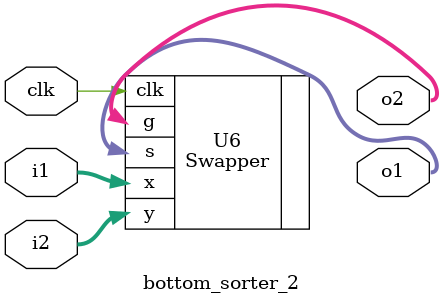
<source format=v>
`timescale 1ns / 1ps

module bottom_sorter_2
	#(parameter N = 8)
	(
		input wire clk,
		input wire signed [N-1:0] i1, i2,  
		output wire signed [N-1:0] o1, o2
    );
		 
	 Swapper #(.N(N)) U6
	(
		.clk(clk),
		.x(i1),.y(i2),
		.s(o1),.g(o2)
    );

endmodule

</source>
